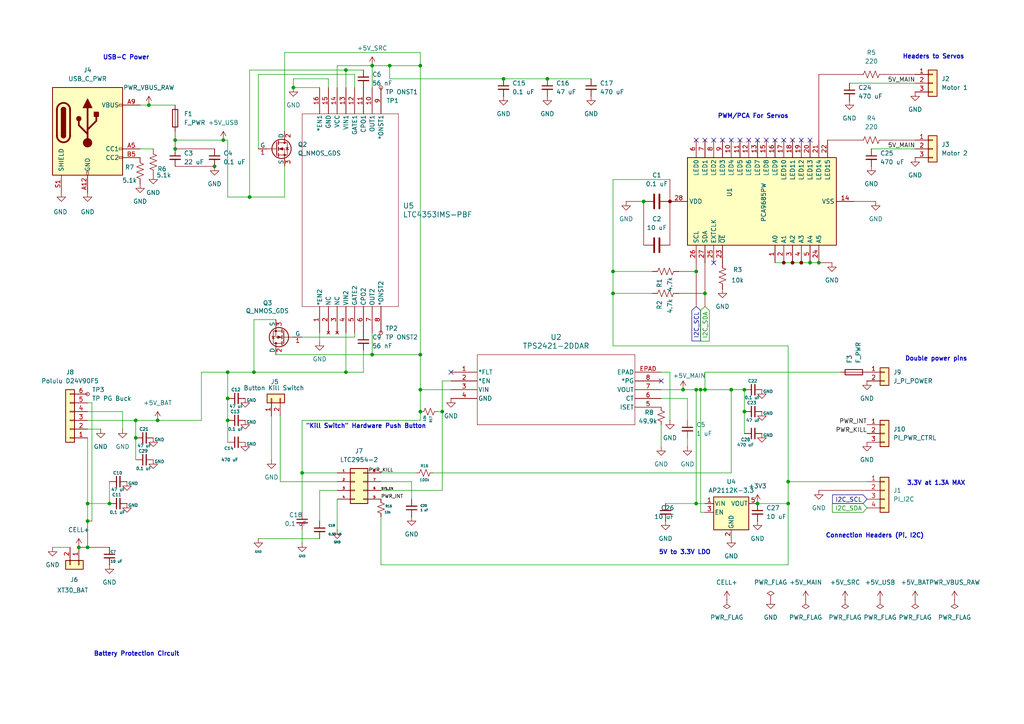
<source format=kicad_sch>
(kicad_sch (version 20250114) (generator "eeschema") (generator_version "9.0")
  (paper "A4")
  (lib_symbols
    (symbol "Connector:TestPoint_Small" (pin_numbers (hide yes)) (pin_names (offset 0.762) (hide yes))
      (property "Reference" "TP" (at 0 3.81 0))
      (property "Value" "TestPoint_Small" (at 0 2.032 0))
      (symbol "TestPoint_Small_1_1"
        (pin passive line (at 0 0 90) (length 0) (name "1") (number "1"))
      )
    )
    (symbol "Connector:USB_C_Receptacle_PowerOnly_6P" (pin_names (offset 1.016))
      (property "Reference" "J" (at 0 16.51 0))
      (property "Value" "USB_C_Receptacle_PowerOnly_6P" (at 0 13.97 0))
      (symbol "USB_C_Receptacle_PowerOnly_6P_1_1"
        (pin passive line (at -7.62 -17.78 90) (length 5.08) (name "SHIELD") (number "S1"))
        (pin passive line (at 0 -17.78 90) (length 5.08) (name "GND") (number "A12"))
        (pin passive line (at 0 -17.78 90) (length 5.08) (hide yes) (name "GND") (number "B12"))
        (pin passive line (at 15.24 7.62 180) (length 5.08) (name "VBUS") (number "A9"))
        (pin passive line (at 15.24 7.62 180) (length 5.08) (hide yes) (name "VBUS") (number "B9"))
        (pin bidirectional line (at 15.24 -5.08 180) (length 5.08) (name "CC1") (number "A5"))
        (pin bidirectional line (at 15.24 -7.62 180) (length 5.08) (name "CC2") (number "B5"))
      )
    )
    (symbol "Connector_Generic:Conn_01x02" (pin_names (offset 1.016) (hide yes))
      (property "Reference" "J" (at 0 2.54 0))
      (property "Value" "Conn_01x02" (at 0 -5.08 0))
      (symbol "Conn_01x02_1_1"
        (pin passive line (at -5.08 0 0) (length 3.81) (name "Pin_1") (number "1"))
        (pin passive line (at -5.08 -2.54 0) (length 3.81) (name "Pin_2") (number "2"))
      )
    )
    (symbol "Connector_Generic:Conn_01x03" (pin_names (offset 1.016) (hide yes))
      (property "Reference" "J" (at 0 5.08 0))
      (property "Value" "Conn_01x03" (at 0 -5.08 0))
      (symbol "Conn_01x03_1_1"
        (pin passive line (at -5.08 2.54 0) (length 3.81) (name "Pin_1") (number "1"))
        (pin passive line (at -5.08 0 0) (length 3.81) (name "Pin_2") (number "2"))
        (pin passive line (at -5.08 -2.54 0) (length 3.81) (name "Pin_3") (number "3"))
      )
    )
    (symbol "Connector_Generic:Conn_01x04" (pin_names (offset 1.016) (hide yes))
      (property "Reference" "J" (at 0 5.08 0))
      (property "Value" "Conn_01x04" (at 0 -7.62 0))
      (symbol "Conn_01x04_1_1"
        (pin passive line (at -5.08 2.54 0) (length 3.81) (name "Pin_1") (number "1"))
        (pin passive line (at -5.08 0 0) (length 3.81) (name "Pin_2") (number "2"))
        (pin passive line (at -5.08 -2.54 0) (length 3.81) (name "Pin_3") (number "3"))
        (pin passive line (at -5.08 -5.08 0) (length 3.81) (name "Pin_4") (number "4"))
      )
    )
    (symbol "Connector_Generic:Conn_01x06" (pin_names (offset 1.016) (hide yes))
      (property "Reference" "J" (at 0 7.62 0))
      (property "Value" "Conn_01x06" (at 0 -10.16 0))
      (symbol "Conn_01x06_1_1"
        (pin passive line (at -5.08 5.08 0) (length 3.81) (name "Pin_1") (number "1"))
        (pin passive line (at -5.08 2.54 0) (length 3.81) (name "Pin_2") (number "2"))
        (pin passive line (at -5.08 0 0) (length 3.81) (name "Pin_3") (number "3"))
        (pin passive line (at -5.08 -2.54 0) (length 3.81) (name "Pin_4") (number "4"))
        (pin passive line (at -5.08 -5.08 0) (length 3.81) (name "Pin_5") (number "5"))
        (pin passive line (at -5.08 -7.62 0) (length 3.81) (name "Pin_6") (number "6"))
      )
    )
    (symbol "Connector_Generic:Conn_02x04_Counter_Clockwise" (pin_names (offset 1.016) (hide yes))
      (property "Reference" "J7" (at 1.27 8.89 0))
      (property "Value" "LTC2954" (at 1.27 6.35 0))
      (symbol "Conn_02x04_Counter_Clockwise_1_1"
        (pin passive line (at -5.08 2.54 0) (length 3.81) (name "VIN") (number "1"))
        (pin passive line (at -5.08 0 0) (length 3.81) (name "PB") (number "2"))
        (pin passive line (at -5.08 -2.54 0) (length 3.81) (name "ONT") (number "3"))
        (pin passive line (at -5.08 -5.08 0) (length 3.81) (name "GND") (number "4"))
        (pin passive line (at 7.62 2.54 180) (length 3.81) (name "KILL") (number "8"))
        (pin passive line (at 7.62 0 180) (length 3.81) (name "PDT") (number "7"))
        (pin passive line (at 7.62 -2.54 180) (length 3.81) (name "EN") (number "6"))
        (pin passive line (at 7.62 -5.08 180) (length 3.81) (name "INT") (number "5"))
      )
    )
    (symbol "Device:C" (pin_numbers (hide yes)) (pin_names (offset 0.254))
      (property "Reference" "C" (at 0.635 2.54 0))
      (property "Value" "C" (at 0.635 -2.54 0))
      (symbol "C_1_1"
        (pin passive line (at 0 3.81 270) (length 2.794) (name "~") (number "1"))
        (pin passive line (at 0 -3.81 90) (length 2.794) (name "~") (number "2"))
      )
    )
    (symbol "Device:C_Small" (pin_numbers (hide yes)) (pin_names (offset 0.254) (hide yes))
      (property "Reference" "C" (at 0.254 1.778 0))
      (property "Value" "C_Small" (at 0.254 -2.032 0))
      (symbol "C_Small_1_1"
        (pin passive line (at 0 2.54 270) (length 2.032) (name "~") (number "1"))
        (pin passive line (at 0 -2.54 90) (length 2.032) (name "~") (number "2"))
      )
    )
    (symbol "Device:Fuse" (pin_numbers (hide yes)) (pin_names (offset 0))
      (property "Reference" "F" (at 2.032 0 90))
      (property "Value" "Fuse" (at -1.905 0 90))
      (symbol "Fuse_1_1"
        (pin passive line (at 0 3.81 270) (length 1.27) (name "~") (number "1"))
        (pin passive line (at 0 -3.81 90) (length 1.27) (name "~") (number "2"))
      )
    )
    (symbol "Device:R_Small_US" (pin_numbers (hide yes)) (pin_names (offset 0.254) (hide yes))
      (property "Reference" "R" (at 0.762 0.508 0))
      (property "Value" "R_Small_US" (at 0.762 -1.016 0))
      (symbol "R_Small_US_1_1"
        (pin passive line (at 0 2.54 270) (length 1.016) (name "~") (number "1"))
        (pin passive line (at 0 -2.54 90) (length 1.016) (name "~") (number "2"))
      )
    )
    (symbol "Device:R_US" (pin_numbers (hide yes)) (pin_names (offset 0))
      (property "Reference" "R" (at 2.54 0 90))
      (property "Value" "R_US" (at -2.54 0 90))
      (symbol "R_US_1_1"
        (pin passive line (at 0 3.81 270) (length 1.27) (name "~") (number "1"))
        (pin passive line (at 0 -3.81 90) (length 1.27) (name "~") (number "2"))
      )
    )
    (symbol "Driver_LED:PCA9685PW"
      (property "Reference" "U" (at -12.7 22.225 0))
      (property "Value" "PCA9685PW" (at 1.27 22.225 0))
      (symbol "PCA9685PW_1_1"
        (pin input line (at -17.78 17.78 0) (length 5.08) (name "SCL") (number "26"))
        (pin bidirectional line (at -17.78 15.24 0) (length 5.08) (name "SDA") (number "27"))
        (pin input line (at -17.78 12.7 0) (length 5.08) (name "EXTCLK") (number "25"))
        (pin input line (at -17.78 10.16 0) (length 5.08) (name "~{OE}") (number "23"))
        (pin input line (at -17.78 -5.08 0) (length 5.08) (name "A0") (number "1"))
        (pin input line (at -17.78 -7.62 0) (length 5.08) (name "A1") (number "2"))
        (pin input line (at -17.78 -10.16 0) (length 5.08) (name "A2") (number "3"))
        (pin input line (at -17.78 -12.7 0) (length 5.08) (name "A3") (number "4"))
        (pin input line (at -17.78 -15.24 0) (length 5.08) (name "A4") (number "5"))
        (pin input line (at -17.78 -17.78 0) (length 5.08) (name "A5") (number "24"))
        (pin power_in line (at 0 25.4 270) (length 5.08) (name "VDD") (number "28"))
        (pin power_in line (at 0 -27.94 90) (length 5.08) (name "VSS") (number "14"))
        (pin output line (at 17.78 17.78 180) (length 5.08) (name "LED0") (number "6"))
        (pin output line (at 17.78 15.24 180) (length 5.08) (name "LED1") (number "7"))
        (pin output line (at 17.78 12.7 180) (length 5.08) (name "LED2") (number "8"))
        (pin output line (at 17.78 10.16 180) (length 5.08) (name "LED3") (number "9"))
        (pin output line (at 17.78 7.62 180) (length 5.08) (name "LED4") (number "10"))
        (pin output line (at 17.78 5.08 180) (length 5.08) (name "LED5") (number "11"))
        (pin output line (at 17.78 2.54 180) (length 5.08) (name "LED6") (number "12"))
        (pin output line (at 17.78 0 180) (length 5.08) (name "LED7") (number "13"))
        (pin output line (at 17.78 -2.54 180) (length 5.08) (name "LED8") (number "15"))
        (pin output line (at 17.78 -5.08 180) (length 5.08) (name "LED9") (number "16"))
        (pin output line (at 17.78 -7.62 180) (length 5.08) (name "LED10") (number "17"))
        (pin output line (at 17.78 -10.16 180) (length 5.08) (name "LED11") (number "18"))
        (pin output line (at 17.78 -12.7 180) (length 5.08) (name "LED12") (number "19"))
        (pin output line (at 17.78 -15.24 180) (length 5.08) (name "LED13") (number "20"))
        (pin output line (at 17.78 -17.78 180) (length 5.08) (name "LED14") (number "21"))
        (pin output line (at 17.78 -20.32 180) (length 5.08) (name "LED15") (number "22"))
      )
    )
    (symbol "LTC4353:LTC4353IMS-PBF" (pin_names (offset 0.254))
      (property "Reference" "U" (at 35.56 10.16 0))
      (property "Value" "LTC4353IMS-PBF" (at 35.56 7.62 0))
      (symbol "LTC4353IMS-PBF_0_1"
        (pin input line (at 0 0 0) (length 7.62) (name "*EN2") (number "1"))
        (pin no_connect line (at 0 -2.54 0) (length 7.62) (name "NC") (number "2"))
        (pin no_connect line (at 0 -5.08 0) (length 7.62) (name "NC") (number "3"))
        (pin input line (at 0 -7.62 0) (length 7.62) (name "VIN2") (number "4"))
        (pin output line (at 0 -10.16 0) (length 7.62) (name "GATE2") (number "5"))
        (pin output line (at 0 -12.7 0) (length 7.62) (name "CPO2") (number "6"))
        (pin output line (at 0 -15.24 0) (length 7.62) (name "OUT2") (number "7"))
        (pin output line (at 0 -17.78 0) (length 7.62) (name "*ONST2") (number "8"))
        (pin input line (at 71.12 0 180) (length 7.62) (name "*EN1") (number "16"))
        (pin power_in line (at 71.12 -2.54 180) (length 7.62) (name "GND") (number "15"))
        (pin power_in line (at 71.12 -5.08 180) (length 7.62) (name "VCC") (number "14"))
        (pin input line (at 71.12 -7.62 180) (length 7.62) (name "VIN1") (number "13"))
        (pin output line (at 71.12 -10.16 180) (length 7.62) (name "GATE1") (number "12"))
        (pin output line (at 71.12 -12.7 180) (length 7.62) (name "CPO1") (number "11"))
        (pin output line (at 71.12 -15.24 180) (length 7.62) (name "OUT1") (number "10"))
        (pin output line (at 71.12 -17.78 180) (length 7.62) (name "*ONST1") (number "9"))
      )
    )
    (symbol "Q_NMOS_GDS_1" (pin_names (offset 0))
      (property "Reference" "Q" (at 5.08 1.905 0))
      (property "Value" "Q_NMOS_GDS" (at 5.08 0 0))
      (symbol "Q_NMOS_GDS_1_1_1"
        (pin input line (at -5.08 0 0) (length 2.54) (name "G") (number "1"))
        (pin passive line (at 2.54 5.08 270) (length 2.54) (name "D") (number "2"))
        (pin passive line (at 2.54 -5.08 90) (length 2.54) (name "S") (number "3"))
      )
    )
    (symbol "Regulator_Linear:AP2112K-3.3" (pin_names (offset 0.254))
      (property "Reference" "U" (at -5.08 5.715 0))
      (property "Value" "AP2112K-3.3" (at 0 5.715 0))
      (symbol "AP2112K-3.3_1_1"
        (pin power_in line (at -7.62 2.54 0) (length 2.54) (name "VIN") (number "1"))
        (pin input line (at -7.62 0 0) (length 2.54) (name "EN") (number "3"))
        (pin power_in line (at 0 -7.62 90) (length 2.54) (name "GND") (number "2"))
        (pin no_connect line (at 5.08 0 180) (length 2.54) (hide yes) (name "NC") (number "4"))
        (pin power_out line (at 7.62 2.54 180) (length 2.54) (name "VOUT") (number "5"))
      )
    )
    (symbol "TPS2421-2:TPS2421-2DDAR" (pin_names (offset 0.254))
      (property "Reference" "U" (at 30.48 10.16 0))
      (property "Value" "TPS2421-2DDAR" (at 30.48 7.62 0))
      (symbol "TPS2421-2DDAR_0_1"
        (pin unspecified line (at 0 0 0) (length 7.62) (name "*FLT") (number "1"))
        (pin unspecified line (at 0 -2.54 0) (length 7.62) (name "*EN") (number "2"))
        (pin unspecified line (at 0 -5.08 0) (length 7.62) (name "VIN") (number "3"))
        (pin power_in line (at 0 -7.62 0) (length 7.62) (name "GND") (number "4"))
        (pin unspecified line (at 60.96 0 180) (length 7.62) (name "EPAD") (number "EPAD"))
        (pin unspecified line (at 60.96 -2.54 180) (length 7.62) (name "*PG") (number "8"))
        (pin output line (at 60.96 -5.08 180) (length 7.62) (name "VOUT") (number "7"))
        (pin unspecified line (at 60.96 -7.62 180) (length 7.62) (name "CT") (number "6"))
        (pin unspecified line (at 60.96 -10.16 180) (length 7.62) (name "ISET") (number "5"))
      )
    )
    (symbol "Transistor_FET:Q_NMOS_GDS" (pin_names (offset 0))
      (property "Reference" "Q" (at 5.08 1.905 0))
      (property "Value" "Q_NMOS_GDS" (at 5.08 0 0))
      (symbol "Q_NMOS_GDS_1_1"
        (pin input line (at -5.08 0 0) (length 2.54) (name "G") (number "1"))
        (pin passive line (at 2.54 5.08 270) (length 2.54) (name "D") (number "2"))
        (pin passive line (at 2.54 -5.08 90) (length 2.54) (name "S") (number "3"))
      )
    )
    (symbol "power:+3V3" (power) (pin_numbers (hide yes)) (pin_names (offset 0) (hide yes))
      (property "Value" "+3V3" (at 0 3.556 0))
      (symbol "+3V3_1_1"
        (pin power_in line (at 0 0 90) (length 0) (name "~") (number "1"))
      )
    )
    (symbol "power:+5V" (power) (pin_numbers (hide yes)) (pin_names (offset 0) (hide yes))
      (property "Value" "+5V" (at 0 3.556 0))
      (symbol "+5V_1_1"
        (pin power_in line (at 0 0 90) (length 0) (name "~") (number "1"))
      )
    )
    (symbol "power:GND" (power) (pin_numbers (hide yes)) (pin_names (offset 0) (hide yes))
      (property "Value" "GND" (at 0 -3.81 0))
      (symbol "GND_1_1"
        (pin power_in line (at 0 0 270) (length 0) (name "~") (number "1"))
      )
    )
    (symbol "power:PWR_FLAG" (power) (pin_numbers (hide yes)) (pin_names (offset 0) (hide yes))
      (property "Value" "PWR_FLAG" (at 0 3.81 0))
      (symbol "PWR_FLAG_0_0"
        (pin power_out line (at 0 0 90) (length 0) (name "~") (number "1"))
      )
    )
  )
  (text "Headers to Servos" (at 270.764 16.51 0) (effects (font (size 1.27 1.27) (thickness 0.254) (bold yes))))
  (text "Connection Headers (Pi, I2C)" (at 253.746 155.448 0) (effects (font (size 1.27 1.27) (thickness 0.254) (bold yes))))
  (text "\"Kill Switch\" Hardware Push Button" (at 106.172 123.698 0) (effects (font (size 1.27 1.27) (thickness 0.254) (bold yes))))
  (text "3.3V at 1.3A MAX\n" (at 271.526 140.208 0) (effects (font (size 1.27 1.27) (thickness 0.254) (bold yes))))
  (text "USB-C Power" (at 36.576 16.764 0) (effects (font (size 1.27 1.27) (thickness 0.254) (bold yes))))
  (text "Double power pins\n" (at 271.526 104.14 0) (effects (font (size 1.27 1.27) (thickness 0.254) (bold yes))))
  (text "Battery Protection Circuit" (at 39.624 189.738 0) (effects (font (size 1.27 1.27) (thickness 0.254) (bold yes))))
  (text "PWM/PCA For Servos" (at 218.44 33.782 0) (effects (font (size 1.27 1.27) (thickness 0.254) (bold yes))))
  (text "5V to 3.3V LDO" (at 198.628 160.274 0) (effects (font (size 1.27 1.27) (thickness 0.254) (bold yes))))
  (junction (at 113.03 19.05))
  (junction (at 62.23 48.26))
  (junction (at 87.63 137.16))
  (junction (at 201.93 78.74))
  (junction (at 107.95 102.87))
  (junction (at 25.4 151.13))
  (junction (at 100.33 107.95))
  (junction (at 66.04 121.92))
  (junction (at 39.37 121.92))
  (junction (at 201.93 146.05))
  (junction (at 204.47 85.09))
  (junction (at 66.04 107.95))
  (junction (at 45.72 121.92))
  (junction (at 229.87 76.2) (color 132 0 0 1))
  (junction (at 177.8 85.09))
  (junction (at 228.6 139.7))
  (junction (at 121.92 113.03))
  (junction (at 121.92 19.05))
  (junction (at 85.09 25.4))
  (junction (at 232.41 76.2) (color 132 0 0 1))
  (junction (at 219.71 146.05))
  (junction (at 66.04 115.57))
  (junction (at 100.33 20.32))
  (junction (at 72.39 57.15))
  (junction (at 121.92 102.87))
  (junction (at 128.27 119.38))
  (junction (at 50.8 40.64))
  (junction (at 203.2 113.03))
  (junction (at 237.49 76.2))
  (junction (at 215.9 113.03))
  (junction (at 25.4 158.75))
  (junction (at 194.31 58.42) (color 132 0 0 1))
  (junction (at 22.86 158.75))
  (junction (at 215.9 119.38))
  (junction (at 234.95 76.2))
  (junction (at 121.92 119.38))
  (junction (at 228.6 146.05))
  (junction (at 227.33 76.2) (color 132 0 0 1))
  (junction (at 158.75 22.86))
  (junction (at 198.12 113.03))
  (junction (at 204.47 113.03))
  (junction (at 31.75 146.05))
  (junction (at 177.8 78.74))
  (junction (at 146.05 22.86))
  (junction (at 201.93 113.03))
  (junction (at 39.37 127))
  (junction (at 212.09 113.03))
  (junction (at 50.8 43.18))
  (junction (at 107.95 19.05))
  (junction (at 43.18 30.48))
  (junction (at 25.4 146.05))
  (junction (at 73.66 107.95))
  (junction (at 64.77 40.64))
  (junction (at 186.69 58.42))
  (no_connect (at 232.41 40.64))
  (no_connect (at 212.09 40.64))
  (no_connect (at 130.81 107.95))
  (no_connect (at 222.25 40.64))
  (no_connect (at 204.47 40.64))
  (no_connect (at 191.77 110.49))
  (no_connect (at 217.17 40.64))
  (no_connect (at 207.01 76.2))
  (no_connect (at 201.93 40.64))
  (no_connect (at 207.01 40.64))
  (no_connect (at 227.33 40.64))
  (no_connect (at 219.71 40.64))
  (no_connect (at 214.63 40.64))
  (no_connect (at 229.87 40.64))
  (no_connect (at 234.95 40.64))
  (no_connect (at 209.55 40.64))
  (no_connect (at 224.79 40.64))
  (wire (pts (xy 87.63 148.59) (xy 87.63 137.16)))
  (wire (pts (xy 82.55 38.1) (xy 82.55 15.24)))
  (wire (pts (xy 203.2 113.03) (xy 204.47 113.03)))
  (wire (pts (xy 50.8 43.18) (xy 62.23 43.18)) (stroke (width 0) (color 132 0 0 1)))
  (wire (pts (xy 85.09 25.4) (xy 92.71 25.4)))
  (wire (pts (xy 237.49 21.59) (xy 237.49 40.64)) (stroke (width 0) (color 132 0 0 1)))
  (wire (pts (xy 125.73 137.16) (xy 212.09 137.16)))
  (wire (pts (xy 204.47 107.95) (xy 204.47 113.03)))
  (wire (pts (xy 201.93 76.2) (xy 201.93 78.74)) (stroke (width 0) (color 132 0 0 1)))
  (wire (pts (xy 25.4 158.75) (xy 25.4 151.13)) (stroke (width 0) (color 132 0 0 1)))
  (wire (pts (xy 229.87 76.2) (xy 232.41 76.2)))
  (wire (pts (xy 212.09 113.03) (xy 215.9 113.03)))
  (wire (pts (xy 219.71 146.05) (xy 228.6 146.05)))
  (wire (pts (xy 191.77 115.57) (xy 199.39 115.57)))
  (wire (pts (xy 191.77 113.03) (xy 198.12 113.03)))
  (wire (pts (xy 97.79 25.4) (xy 97.79 19.05)))
  (wire (pts (xy 121.92 15.24) (xy 121.92 19.05)))
  (wire (pts (xy 177.8 85.09) (xy 189.23 85.09)))
  (wire (pts (xy 50.8 48.26) (xy 62.23 48.26)) (stroke (width 0) (color 132 0 0 1)))
  (wire (pts (xy 196.85 78.74) (xy 201.93 78.74)) (stroke (width 0) (color 132 0 0 1)))
  (wire (pts (xy 87.63 121.92) (xy 87.63 137.16)))
  (wire (pts (xy 113.03 19.05) (xy 121.92 19.05)))
  (wire (pts (xy 252.73 43.18) (xy 265.43 43.18)))
  (wire (pts (xy 72.39 20.32) (xy 72.39 57.15)))
  (wire (pts (xy 181.61 58.42) (xy 186.69 58.42)) (stroke (width 0) (color 132 0 0 1)))
  (wire (pts (xy 43.18 30.48) (xy 50.8 30.48)))
  (wire (pts (xy 110.49 149.86) (xy 110.49 163.83)))
  (wire (pts (xy 201.93 113.03) (xy 201.93 146.05)))
  (wire (pts (xy 227.33 76.2) (xy 229.87 76.2)))
  (wire (pts (xy 25.4 116.84) (xy 26.67 116.84)))
  (wire (pts (xy 128.27 110.49) (xy 128.27 119.38)))
  (wire (pts (xy 25.4 121.92) (xy 39.37 121.92)))
  (wire (pts (xy 66.04 121.92) (xy 66.04 128.27)))
  (wire (pts (xy 107.95 96.52) (xy 107.95 102.87)))
  (wire (pts (xy 121.92 119.38) (xy 121.92 121.92)))
  (wire (pts (xy 228.6 163.83) (xy 228.6 146.05)))
  (wire (pts (xy 194.31 58.42) (xy 194.31 71.12)) (stroke (width 0) (color 132 0 0 1)))
  (wire (pts (xy 73.66 107.95) (xy 100.33 107.95)))
  (wire (pts (xy 97.79 19.05) (xy 107.95 19.05)))
  (wire (pts (xy 26.67 116.84) (xy 26.67 151.13)))
  (wire (pts (xy 105.41 101.6) (xy 105.41 107.95)))
  (wire (pts (xy 66.04 107.95) (xy 73.66 107.95)))
  (wire (pts (xy 35.56 119.38) (xy 25.4 119.38)))
  (wire (pts (xy 39.37 121.92) (xy 45.72 121.92)))
  (wire (pts (xy 110.49 142.24) (xy 128.27 142.24)))
  (wire (pts (xy 119.38 139.7) (xy 119.38 144.78)))
  (wire (pts (xy 248.92 40.64) (xy 240.03 40.64)) (stroke (width 0) (color 132 0 0 1)))
  (wire (pts (xy 199.39 115.57) (xy 199.39 121.92)))
  (wire (pts (xy 82.55 57.15) (xy 72.39 57.15)))
  (wire (pts (xy 232.41 76.2) (xy 234.95 76.2)))
  (wire (pts (xy 203.2 113.03) (xy 203.2 148.59)))
  (wire (pts (xy 177.8 52.07) (xy 194.31 52.07)))
  (wire (pts (xy 247.65 58.42) (xy 254 58.42)) (stroke (width 0) (color 132 0 0 1)))
  (wire (pts (xy 248.92 21.59) (xy 237.49 21.59)) (stroke (width 0) (color 132 0 0 1)))
  (wire (pts (xy 73.66 92.71) (xy 73.66 107.95)))
  (wire (pts (xy 100.33 96.52) (xy 100.33 107.95)))
  (wire (pts (xy 177.8 78.74) (xy 177.8 52.07)))
  (wire (pts (xy 237.49 142.24) (xy 251.46 142.24)) (stroke (width 0) (color 132 0 0 1)))
  (wire (pts (xy 228.6 139.7) (xy 251.46 139.7)))
  (wire (pts (xy 199.39 129.54) (xy 199.39 127)))
  (wire (pts (xy 31.75 139.7) (xy 31.75 146.05)))
  (wire (pts (xy 204.47 85.09) (xy 204.47 88.9)) (stroke (width 0) (color 132 0 0 1)))
  (wire (pts (xy 64.77 40.64) (xy 50.8 40.64)))
  (wire (pts (xy 107.95 19.05) (xy 113.03 19.05)))
  (wire (pts (xy 35.56 124.46) (xy 35.56 119.38)))
  (wire (pts (xy 120.65 137.16) (xy 110.49 137.16)))
  (wire (pts (xy 80.01 102.87) (xy 107.95 102.87)))
  (wire (pts (xy 212.09 137.16) (xy 212.09 113.03)))
  (wire (pts (xy 78.74 120.65) (xy 78.74 133.35)))
  (wire (pts (xy 256.54 40.64) (xy 265.43 40.64)) (stroke (width 0) (color 132 0 0 1)))
  (wire (pts (xy 201.93 78.74) (xy 201.93 88.9)) (stroke (width 0) (color 132 0 0 1)))
  (wire (pts (xy 193.04 146.05) (xy 201.93 146.05)))
  (wire (pts (xy 40.64 43.18) (xy 44.45 43.18)))
  (wire (pts (xy 92.71 156.21) (xy 74.93 156.21)))
  (wire (pts (xy 204.47 107.95) (xy 243.84 107.95)))
  (wire (pts (xy 15.24 158.75) (xy 20.32 158.75)))
  (wire (pts (xy 25.4 158.75) (xy 31.75 158.75)) (stroke (width 0) (color 132 0 0 1)))
  (wire (pts (xy 128.27 110.49) (xy 130.81 110.49)))
  (wire (pts (xy 95.25 22.86) (xy 95.25 25.4)))
  (wire (pts (xy 177.8 78.74) (xy 189.23 78.74)))
  (wire (pts (xy 194.31 107.95) (xy 194.31 121.92)))
  (wire (pts (xy 246.38 24.13) (xy 265.43 24.13)))
  (wire (pts (xy 102.87 97.79) (xy 102.87 96.52)))
  (wire (pts (xy 110.49 163.83) (xy 228.6 163.83)))
  (wire (pts (xy 39.37 121.92) (xy 39.37 127)))
  (wire (pts (xy 215.9 113.03) (xy 215.9 119.38)))
  (wire (pts (xy 87.63 157.48) (xy 87.63 153.67)))
  (wire (pts (xy 25.4 124.46) (xy 29.21 124.46)))
  (wire (pts (xy 50.8 40.64) (xy 50.8 43.18)) (stroke (width 0) (color 132 0 0 1)))
  (wire (pts (xy 228.6 100.33) (xy 177.8 100.33)))
  (wire (pts (xy 100.33 20.32) (xy 105.41 20.32)))
  (wire (pts (xy 105.41 107.95) (xy 100.33 107.95)))
  (wire (pts (xy 40.64 30.48) (xy 43.18 30.48)))
  (wire (pts (xy 256.54 21.59) (xy 265.43 21.59)) (stroke (width 0) (color 132 0 0 1)))
  (wire (pts (xy 45.72 121.92) (xy 58.42 121.92)))
  (wire (pts (xy 121.92 121.92) (xy 87.63 121.92)))
  (wire (pts (xy 198.12 113.03) (xy 201.93 113.03)))
  (wire (pts (xy 95.25 22.86) (xy 85.09 22.86)))
  (wire (pts (xy 234.95 76.2) (xy 237.49 76.2)))
  (wire (pts (xy 80.01 92.71) (xy 73.66 92.71)))
  (wire (pts (xy 50.8 38.1) (xy 50.8 40.64)) (stroke (width 0) (color 132 0 0 1)))
  (wire (pts (xy 215.9 119.38) (xy 215.9 125.73)))
  (wire (pts (xy 194.31 52.07) (xy 194.31 58.42)) (stroke (width 0) (color 132 0 0 1)))
  (wire (pts (xy 25.4 127) (xy 25.4 146.05)))
  (wire (pts (xy 228.6 139.7) (xy 228.6 100.33)))
  (wire (pts (xy 25.4 146.05) (xy 25.4 151.13)))
  (wire (pts (xy 107.95 102.87) (xy 121.92 102.87)))
  (wire (pts (xy 102.87 21.59) (xy 102.87 25.4)))
  (wire (pts (xy 237.49 76.2) (xy 241.3 76.2)) (stroke (width 0) (color 132 0 0 1)))
  (wire (pts (xy 196.85 85.09) (xy 204.47 85.09)) (stroke (width 0) (color 132 0 0 1)))
  (wire (pts (xy 39.37 127) (xy 39.37 133.35)))
  (wire (pts (xy 85.09 22.86) (xy 85.09 25.4)))
  (wire (pts (xy 92.71 142.24) (xy 92.71 151.13)))
  (wire (pts (xy 58.42 107.95) (xy 66.04 107.95)))
  (wire (pts (xy 146.05 22.86) (xy 158.75 22.86)))
  (wire (pts (xy 66.04 115.57) (xy 66.04 121.92)))
  (wire (pts (xy 177.8 100.33) (xy 177.8 85.09)))
  (wire (pts (xy 81.28 139.7) (xy 97.79 139.7)))
  (wire (pts (xy 158.75 22.86) (xy 171.45 22.86)))
  (wire (pts (xy 186.69 58.42) (xy 186.69 71.12)) (stroke (width 0) (color 132 0 0 1)))
  (wire (pts (xy 201.93 146.05) (xy 204.47 146.05)))
  (wire (pts (xy 146.05 22.86) (xy 113.03 22.86)))
  (wire (pts (xy 110.49 139.7) (xy 119.38 139.7)))
  (wire (pts (xy 177.8 85.09) (xy 177.8 78.74)))
  (wire (pts (xy 224.79 76.2) (xy 227.33 76.2)))
  (wire (pts (xy 66.04 40.64) (xy 66.04 57.15)))
  (wire (pts (xy 92.71 142.24) (xy 97.79 142.24)))
  (wire (pts (xy 66.04 40.64) (xy 64.77 40.64)))
  (wire (pts (xy 121.92 19.05) (xy 121.92 102.87)))
  (wire (pts (xy 66.04 107.95) (xy 66.04 115.57)))
  (wire (pts (xy 128.27 119.38) (xy 128.27 142.24)))
  (wire (pts (xy 25.4 146.05) (xy 31.75 146.05)))
  (wire (pts (xy 87.63 97.79) (xy 102.87 97.79)))
  (wire (pts (xy 66.04 57.15) (xy 72.39 57.15)))
  (wire (pts (xy 121.92 113.03) (xy 130.81 113.03)))
  (wire (pts (xy 203.2 148.59) (xy 204.47 148.59)))
  (wire (pts (xy 100.33 20.32) (xy 72.39 20.32)))
  (wire (pts (xy 113.03 22.86) (xy 113.03 19.05)))
  (wire (pts (xy 58.42 121.92) (xy 58.42 107.95)))
  (wire (pts (xy 82.55 48.26) (xy 82.55 57.15)))
  (wire (pts (xy 25.4 151.13) (xy 26.67 151.13)) (stroke (width 0) (color 132 0 0 1)))
  (wire (pts (xy 100.33 25.4) (xy 100.33 20.32)))
  (wire (pts (xy 74.93 43.18) (xy 74.93 21.59)))
  (wire (pts (xy 127 119.38) (xy 128.27 119.38)))
  (wire (pts (xy 204.47 76.2) (xy 204.47 85.09)) (stroke (width 0) (color 132 0 0 1)))
  (wire (pts (xy 74.93 21.59) (xy 102.87 21.59)))
  (wire (pts (xy 87.63 137.16) (xy 97.79 137.16)))
  (wire (pts (xy 191.77 107.95) (xy 194.31 107.95)))
  (wire (pts (xy 81.28 120.65) (xy 81.28 139.7)))
  (wire (pts (xy 107.95 25.4) (xy 107.95 19.05)))
  (wire (pts (xy 82.55 15.24) (xy 121.92 15.24)))
  (wire (pts (xy 191.77 123.19) (xy 191.77 129.54)))
  (wire (pts (xy 201.93 113.03) (xy 203.2 113.03)))
  (wire (pts (xy 228.6 146.05) (xy 228.6 139.7)))
  (wire (pts (xy 121.92 113.03) (xy 121.92 119.38)))
  (wire (pts (xy 121.92 102.87) (xy 121.92 113.03)))
  (wire (pts (xy 92.71 96.52) (xy 92.71 99.06)))
  (wire (pts (xy 97.79 153.67) (xy 97.79 144.78)))
  (wire (pts (xy 204.47 113.03) (xy 212.09 113.03)))
  (wire (pts (xy 25.4 158.75) (xy 22.86 158.75)) (stroke (width 0) (color 132 0 0 1)))
  (label "PWR_INT" (at 110.49 144.78 0) (effects (font (size 1.016 1.016))))
  (label "5V_MAIN" (at 265.43 43.18 180))
  (label "PWR_INT" (at 251.46 123.19 180))
  (label "SYS_EN" (at 110.49 142.24 0) (effects (font (size 0.635 0.635))))
  (label "PWR_KILL" (at 251.46 125.73 180))
  (label "5V_MAIN" (at 265.43 24.13 180))
  (label "PWR_KILL" (at 110.49 137.16 0) (effects (font (size 1.016 1.016))))
  (global_label "I2C_SCL" (shape input) (at 251.46 144.78 180) (property "Intersheetrefs" "${INTERSHEET_REFS}" (effects (hide yes))))
  (global_label "I2C_SDA" (shape input) (at 251.46 147.32 180) (property "Intersheetrefs" "${INTERSHEET_REFS}" (effects (hide yes))))
  (global_label "I2C_SDA" (shape input) (at 204.47 88.9 270) (property "Intersheetrefs" "${INTERSHEET_REFS}" (effects (hide yes))))
  (global_label "I2C_SCL" (shape input) (at 201.93 88.9 270) (property "Intersheetrefs" "${INTERSHEET_REFS}" (effects (hide yes))))
  (symbol (lib_id "TPS2421-2:TPS2421-2DDAR") (at 130.81 107.95 0) (unit 1)
    (property "Reference" "U2" (at 161.29 97.79 0) (effects (font (size 1.524 1.524))))
    (property "Value" "TPS2421-2DDAR" (at 161.29 100.33 0) (effects (font (size 1.524 1.524))))
    (property "Footprint" "DDA8_3P2X2P69" (effects (hide yes)))
    (property "Datasheet" "https://www.ti.com/lit/gpn/tps2421-2" (effects (hide yes)))
  )
  (symbol (lib_id "power:GND") (at 252.73 48.26 0) (unit 1)
    (property "Reference" "#PWR015" (effects (hide yes)))
    (property "Value" "GND" (at 252.73 53.34 0))
    (property "Description" "Power symbol creates a global label with name \"GND\" , ground" (effects (hide yes)))
  )
  (symbol (lib_id "power:+5V") (at 107.95 19.05 0) (unit 1)
    (property "Reference" "#PWR028" (effects (hide yes)))
    (property "Value" "+5V_SRC" (at 107.95 13.97 0))
    (property "Description" "Power symbol creates a global label with name \"+5V\"" (effects (hide yes)))
  )
  (symbol (lib_id "Device:C_Small") (at 218.44 119.38 90) (unit 1)
    (property "Reference" "C23" (at 216.662 116.84 90) (effects (font (size 0.889 0.889)) (justify right)))
    (property "Value" "47 uF" (at 220.472 121.92 90) (effects (font (size 0.889 0.889)) (justify left)))
    (property "Footprint" "Capacitor_SMD:C_1206_3216Metric" (effects (hide yes)))
    (property "Description" "Unpolarized capacitor, small symbol" (effects (hide yes)))
  )
  (symbol (lib_id "Device:Fuse") (at 247.65 107.95 90) (unit 1)
    (property "Reference" "F3" (at 246.3799 105.41 0) (effects (justify left)))
    (property "Value" "F_PWR" (at 248.9199 105.41 0) (effects (justify left)))
    (property "Footprint" "Fuse:Fuse_1206_3216Metric" (effects (hide yes)))
    (property "Description" "Fuse" (effects (hide yes)))
  )
  (symbol (lib_id "Device:R_US") (at 252.73 21.59 90) (unit 1)
    (property "Reference" "R5" (at 252.73 15.24 90))
    (property "Value" "220" (at 252.73 17.78 90))
    (property "Footprint" "Resistor_SMD:R_0805_2012Metric" (effects (hide yes)))
    (property "Description" "Resistor, US symbol" (effects (hide yes)))
  )
  (symbol (lib_id "Connector:TestPoint_Small") (at 25.4 114.3 0) (unit 1)
    (property "Reference" "TP3" (at 26.67 113.0299 0) (effects (justify left)))
    (property "Value" "TP PG Buck" (at 26.67 115.5699 0) (effects (justify left)))
    (property "Description" "test point" (effects (hide yes)))
  )
  (symbol (lib_id "power:+5V") (at 64.77 40.64 0) (unit 1)
    (property "Reference" "#PWR01" (effects (hide yes)))
    (property "Value" "+5V_USB" (at 64.77 35.56 0))
    (property "Description" "Power symbol creates a global label with name \"+5V\"" (effects (hide yes)))
  )
  (symbol (lib_id "power:GND") (at 265.43 45.72 0) (unit 1)
    (property "Reference" "#PWR016" (effects (hide yes)))
    (property "Value" "GND" (at 265.43 50.8 0))
    (property "Description" "Power symbol creates a global label with name \"GND\" , ground" (effects (hide yes)))
  )
  (symbol (lib_id "Connector_Generic:Conn_01x02") (at 256.54 107.95 0) (unit 1)
    (property "Reference" "J9" (at 259.08 107.9499 0) (effects (justify left)))
    (property "Value" "J_PI_POWER" (at 259.08 110.4899 0) (effects (justify left)))
    (property "Footprint" "Connector_PinHeader_1.00mm:PinHeader_1x02_P1.00mm_Vertical" (effects (hide yes)))
    (property "Description" "Generic connector, single row, 01x02, script generated (kicad-library-utils/schlib/autogen/connector/)" (effects (hide yes)))
  )
  (symbol (lib_id "power:GND") (at 199.39 129.54 0) (unit 1)
    (property "Reference" "#PWR027" (effects (hide yes)))
    (property "Value" "GND" (at 199.39 134.62 0))
    (property "Description" "Power symbol creates a global label with name \"GND\" , ground" (effects (hide yes)))
  )
  (symbol (lib_id "power:GND") (at 130.81 115.57 0) (unit 1)
    (property "Reference" "#PWR024" (effects (hide yes)))
    (property "Value" "GND" (at 130.81 120.65 0))
    (property "Description" "Power symbol creates a global label with name \"GND\" , ground" (effects (hide yes)))
  )
  (symbol (lib_id "Connector:USB_C_Receptacle_PowerOnly_6P") (at 25.4 38.1 0) (unit 1)
    (property "Reference" "J4" (at 25.4 20.32 0))
    (property "Value" "USB_C_PWR" (at 25.4 22.86 0))
    (property "Footprint" "Connector_USB:USB_C_Receptacle_GCT_USB4125-xx-x-0190_6P_TopMnt_Horizontal" (effects (hide yes)))
    (property "Datasheet" "https://www.usb.org/sites/default/files/documents/usb_type-c.zip" (effects (hide yes)))
    (property "Description" "USB Power-Only 6P Type-C Receptacle connector" (effects (hide yes)))
  )
  (symbol (lib_id "power:GND") (at 146.05 27.94 0) (unit 1)
    (property "Reference" "#PWR037" (effects (hide yes)))
    (property "Value" "GND" (at 146.05 33.02 0))
    (property "Description" "Power symbol creates a global label with name \"GND\" , ground" (effects (hide yes)))
  )
  (symbol (lib_id "Device:C") (at 190.5 58.42 90) (unit 1)
    (property "Reference" "C1" (at 190.5 50.8 90))
    (property "Value" "0.1 uF" (at 190.5 53.34 90))
    (property "Footprint" "Capacitor_SMD:C_0805_2012Metric" (effects (hide yes)))
    (property "Description" "Unpolarized capacitor" (effects (hide yes)))
  )
  (symbol (lib_id "Device:C_Small") (at 218.44 113.03 90) (unit 1)
    (property "Reference" "C22" (at 216.916 110.49 90) (effects (font (size 0.889 0.889)) (justify right)))
    (property "Value" "0.1 uF" (at 220.472 115.316 90) (effects (font (size 0.889 0.889)) (justify left)))
    (property "Footprint" "Capacitor_SMD:C_0805_2012Metric" (effects (hide yes)))
    (property "Description" "Unpolarized capacitor, small symbol" (effects (hide yes)))
  )
  (symbol (lib_id "Transistor_FET:Q_NMOS_GDS") (at 82.55 97.79 180) (unit 1)
    (property "Reference" "Q3" (at 78.994 87.884 0) (effects (justify left)))
    (property "Value" "Q_NMOS_GDS" (at 83.82 90.17 0) (effects (justify left)))
    (property "Footprint" "Package_SO:PowerPAK_SO-8_Single" (effects (hide yes)))
    (property "Description" "N-MOSFET transistor, gate/drain/source" (effects (hide yes)))
  )
  (symbol (lib_id "power:GND") (at 223.52 173.99 0) (unit 1)
    (property "Reference" "#PWR03" (effects (hide yes)))
    (property "Value" "GND" (at 223.52 179.07 0))
    (property "Description" "Power symbol creates a global label with name \"GND\" , ground" (effects (hide yes)))
  )
  (symbol (lib_id "power:GND") (at 254 58.42 0) (unit 1)
    (property "Reference" "#PWR05" (effects (hide yes)))
    (property "Value" "GND" (at 254 63.5 0))
    (property "Description" "Power symbol creates a global label with name \"GND\" , ground" (effects (hide yes)))
  )
  (symbol (lib_id "power:GND") (at 251.46 128.27 0) (unit 1)
    (property "Reference" "#PWR011" (effects (hide yes)))
    (property "Value" "GND" (at 251.46 133.35 0))
    (property "Description" "Power symbol creates a global label with name \"GND\" , ground" (effects (hide yes)))
  )
  (symbol (lib_id "Device:C_Small") (at 158.75 25.4 0) (unit 1)
    (property "Reference" "C16" (at 161.29 24.1362 0) (effects (justify left)))
    (property "Value" "47 uF" (at 161.29 26.6762 0) (effects (justify left)))
    (property "Footprint" "Capacitor_SMD:C_1206_3216Metric" (effects (hide yes)))
    (property "Description" "Unpolarized capacitor, small symbol" (effects (hide yes)))
  )
  (symbol (lib_id "power:GND") (at 44.45 133.35 0) (unit 1)
    (property "Reference" "#PWR052" (effects (hide yes)))
    (property "Value" "GND" (at 46.228 133.858 0) (effects (font (size 0.889 0.889))))
    (property "Description" "Power symbol creates a global label with name \"GND\" , ground" (effects (hide yes)))
  )
  (symbol (lib_id "power:PWR_FLAG") (at 276.86 173.99 180) (unit 1)
    (property "Reference" "#FLG07" (effects (hide yes)))
    (property "Value" "PWR_FLAG" (at 276.86 179.07 0))
    (property "Description" "Special symbol for telling ERC where power comes from" (effects (hide yes)))
  )
  (symbol (lib_id "power:GND") (at 171.45 27.94 0) (unit 1)
    (property "Reference" "#PWR039" (effects (hide yes)))
    (property "Value" "GND" (at 171.45 33.02 0))
    (property "Description" "Power symbol creates a global label with name \"GND\" , ground" (effects (hide yes)))
  )
  (symbol (lib_id "Device:C_Small") (at 50.8 45.72 0) (unit 1)
    (property "Reference" "C3" (at 53.34 44.4562 0) (effects (justify left)))
    (property "Value" "22 uF" (at 53.34 46.9962 0) (effects (justify left)))
    (property "Footprint" "Capacitor_SMD:C_0805_2012Metric" (effects (hide yes)))
    (property "Description" "Unpolarized capacitor, small symbol" (effects (hide yes)))
  )
  (symbol (lib_id "power:+5V") (at 255.27 173.99 0) (unit 1)
    (property "Reference" "#PWR058" (effects (hide yes)))
    (property "Value" "+5V_USB" (at 255.27 168.91 0))
    (property "Description" "Power symbol creates a global label with name \"+5V\"" (effects (hide yes)))
  )
  (symbol (lib_id "power:PWR_FLAG") (at 265.43 173.99 180) (unit 1)
    (property "Reference" "#FLG01" (effects (hide yes)))
    (property "Value" "PWR_FLAG" (at 265.43 179.07 0))
    (property "Description" "Special symbol for telling ERC where power comes from" (effects (hide yes)))
  )
  (symbol (lib_id "Device:C_Small") (at 41.91 133.35 90) (unit 1)
    (property "Reference" "C29" (at 40.132 130.81 90) (effects (font (size 0.889 0.889)) (justify right)))
    (property "Value" "0.1 uF" (at 43.942 135.89 90) (effects (font (size 0.889 0.889)) (justify left)))
    (property "Footprint" "Capacitor_SMD:C_0805_2012Metric" (effects (hide yes)))
    (property "Description" "Unpolarized capacitor, small symbol" (effects (hide yes)))
  )
  (symbol (lib_id "power:GND") (at 220.98 125.73 0) (unit 1)
    (property "Reference" "#PWR046" (effects (hide yes)))
    (property "Value" "GND" (at 222.758 126.238 0) (effects (font (size 0.889 0.889))))
    (property "Description" "Power symbol creates a global label with name \"GND\" , ground" (effects (hide yes)))
  )
  (symbol (lib_id "Device:C_Small") (at 219.71 148.59 0) (unit 1)
    (property "Reference" "C27" (at 222.25 147.3262 0) (effects (justify left)))
    (property "Value" "10 uF" (at 222.25 149.8662 0) (effects (justify left)))
    (property "Footprint" "Capacitor_SMD:C_0805_2012Metric" (effects (hide yes)))
    (property "Description" "Unpolarized capacitor, small symbol" (effects (hide yes)))
  )
  (symbol (lib_id "Device:C_Small") (at 119.38 147.32 180) (unit 1)
    (property "Reference" "C20" (at 121.92 146.6786 0) (effects (font (size 0.635 0.635)) (justify right)))
    (property "Value" "1 uF" (at 121.92 147.9486 0) (effects (font (size 0.635 0.635)) (justify right)))
    (property "Footprint" "Capacitor_SMD:C_0805_2012Metric" (effects (hide yes)))
    (property "Description" "Unpolarized capacitor, small symbol" (effects (hide yes)))
  )
  (symbol (lib_id "power:GND") (at 36.83 146.05 0) (unit 1)
    (property "Reference" "#PWR043" (effects (hide yes)))
    (property "Value" "GND" (at 38.608 146.558 0) (effects (font (size 0.889 0.889))))
    (property "Description" "Power symbol creates a global label with name \"GND\" , ground" (effects (hide yes)))
  )
  (symbol (lib_id "power:GND") (at 212.09 156.21 0) (unit 1)
    (property "Reference" "#PWR048" (effects (hide yes)))
    (property "Value" "GND" (at 212.09 161.29 0))
    (property "Description" "Power symbol creates a global label with name \"GND\" , ground" (effects (hide yes)))
  )
  (symbol (lib_id "power:GND") (at 97.79 153.67 0) (unit 1)
    (property "Reference" "#PWR041" (effects (hide yes)))
    (property "Value" "GND" (at 97.79 157.226 0) (effects (font (size 0.635 0.635))))
    (property "Description" "Power symbol creates a global label with name \"GND\" , ground" (effects (hide yes)))
  )
  (symbol (lib_id "Device:C_Small") (at 68.58 121.92 90) (unit 1)
    (property "Reference" "C13" (at 66.802 119.38 90) (effects (font (size 0.889 0.889)) (justify right)))
    (property "Value" "0.1 uF" (at 70.612 124.46 90) (effects (font (size 0.889 0.889)) (justify left)))
    (property "Footprint" "Capacitor_SMD:C_0805_2012Metric" (effects (hide yes)))
    (property "Description" "Unpolarized capacitor, small symbol" (effects (hide yes)))
  )
  (symbol (lib_id "power:GND") (at 220.98 113.03 0) (unit 1)
    (property "Reference" "#PWR044" (effects (hide yes)))
    (property "Value" "GND" (at 222.758 113.538 0) (effects (font (size 0.889 0.889))))
    (property "Description" "Power symbol creates a global label with name \"GND\" , ground" (effects (hide yes)))
  )
  (symbol (lib_id "power:GND") (at 193.04 151.13 0) (unit 1)
    (property "Reference" "#PWR049" (effects (hide yes)))
    (property "Value" "GND" (at 193.04 156.21 0))
    (property "Description" "Power symbol creates a global label with name \"GND\" , ground" (effects (hide yes)))
  )
  (symbol (lib_id "Device:C_Small") (at 62.23 45.72 0) (unit 1)
    (property "Reference" "C4" (at 64.77 44.4562 0) (effects (justify left)))
    (property "Value" "0.1 uF" (at 64.77 46.9962 0) (effects (justify left)))
    (property "Footprint" "Capacitor_SMD:C_0805_2012Metric" (effects (hide yes)))
    (property "Description" "Unpolarized capacitor, small symbol" (effects (hide yes)))
  )
  (symbol (lib_id "power:GND") (at 44.45 50.8 0) (unit 1)
    (property "Reference" "#PWR018" (effects (hide yes)))
    (property "Value" "GND" (at 44.45 55.88 0))
    (property "Description" "Power symbol creates a global label with name \"GND\" , ground" (effects (hide yes)))
  )
  (symbol (lib_id "Device:C_Small") (at 34.29 139.7 90) (unit 1)
    (property "Reference" "C10" (at 32.766 137.16 90) (effects (font (size 0.889 0.889)) (justify right)))
    (property "Value" "47 uF" (at 36.322 141.986 90) (effects (font (size 0.889 0.889)) (justify left)))
    (property "Footprint" "Capacitor_SMD:C_1206_3216Metric" (effects (hide yes)))
    (property "Description" "Unpolarized capacitor, small symbol" (effects (hide yes)))
  )
  (symbol (lib_id "Device:C_Small") (at 68.58 128.27 90) (unit 1)
    (property "Reference" "C14" (at 65.024 130.048 90) (effects (font (size 0.889 0.889)) (justify right)))
    (property "Value" "470 uF" (at 69.088 133.35 90) (effects (font (size 0.889 0.889)) (justify left)))
    (property "Footprint" "Capacitor_THT:CP_Radial_D10.0mm_P5.00mm" (effects (hide yes)))
    (property "Description" "Unpolarized capacitor, small symbol" (effects (hide yes)))
  )
  (symbol (lib_id "Connector_Generic:Conn_01x03") (at 270.51 43.18 0) (unit 1)
    (property "Reference" "J3" (at 273.05 41.9099 0) (effects (justify left)))
    (property "Value" "Motor 2" (at 273.05 44.4499 0) (effects (justify left)))
    (property "Footprint" "Connector_PinHeader_2.54mm:PinHeader_1x03_P2.54mm_Vertical" (effects (hide yes)))
    (property "Description" "Generic connector, single row, 01x03, script generated (kicad-library-utils/schlib/autogen/connector/)" (effects (hide yes)))
  )
  (symbol (lib_id "power:+5V") (at 45.72 121.92 0) (unit 1)
    (property "Reference" "#PWR09" (effects (hide yes)))
    (property "Value" "+5V_BAT" (at 45.72 116.84 0))
    (property "Description" "Power symbol creates a global label with name \"+5V\"" (effects (hide yes)))
  )
  (symbol (lib_id "power:GND") (at 209.55 83.82 0) (unit 1)
    (property "Reference" "#PWR07" (effects (hide yes)))
    (property "Value" "GND" (at 209.55 88.9 0))
    (property "Description" "Power symbol creates a global label with name \"GND\" , ground" (effects (hide yes)))
  )
  (symbol (lib_id "power:GND") (at 251.46 110.49 0) (unit 1)
    (property "Reference" "#PWR036" (effects (hide yes)))
    (property "Value" "GND" (at 251.46 115.57 0))
    (property "Description" "Power symbol creates a global label with name \"GND\" , ground" (effects (hide yes)))
  )
  (symbol (lib_id "Device:C_Small") (at 34.29 146.05 90) (unit 1)
    (property "Reference" "C11" (at 32.512 143.51 90) (effects (font (size 0.889 0.889)) (justify right)))
    (property "Value" "0.1 uF" (at 36.322 148.59 90) (effects (font (size 0.889 0.889)) (justify left)))
    (property "Footprint" "Capacitor_SMD:C_0805_2012Metric" (effects (hide yes)))
    (property "Description" "Unpolarized capacitor, small symbol" (effects (hide yes)))
  )
  (symbol (lib_id "power:GND") (at 29.21 124.46 0) (unit 1)
    (property "Reference" "#PWR08" (effects (hide yes)))
    (property "Value" "GND" (at 29.21 129.54 0))
    (property "Description" "Power symbol creates a global label with name \"GND\" , ground" (effects (hide yes)))
  )
  (symbol (lib_id "power:GND") (at 194.31 121.92 0) (unit 1)
    (property "Reference" "#PWR025" (effects (hide yes)))
    (property "Value" "GND" (at 194.31 127 0))
    (property "Description" "Power symbol creates a global label with name \"GND\" , ground" (effects (hide yes)))
  )
  (symbol (lib_id "power:+5V") (at 276.86 173.99 0) (unit 1)
    (property "Reference" "#PWR060" (effects (hide yes)))
    (property "Value" "PWR_VBUS_RAW" (at 276.86 168.91 0))
    (property "Description" "Power symbol creates a global label with name \"+5V\"" (effects (hide yes)))
  )
  (symbol (lib_id "Device:C_Small") (at 105.41 22.86 0) (unit 1)
    (property "Reference" "C6" (at 107.95 21.5962 0) (effects (justify left)))
    (property "Value" "56 nF" (at 107.95 24.1362 0) (effects (justify left)))
    (property "Footprint" "Capacitor_SMD:C_0805_2012Metric" (effects (hide yes)))
    (property "Description" "Unpolarized capacitor, small symbol" (effects (hide yes)))
  )
  (symbol (lib_id "Device:C_Small") (at 87.63 151.13 0) (unit 1)
    (property "Reference" "C18" (at 83.82 149.352 0) (effects (justify left)))
    (property "Value" "0.1 uF" (at 82.55 151.892 0) (effects (justify left)))
    (property "Footprint" "Capacitor_SMD:C_0805_2012Metric" (effects (hide yes)))
    (property "Description" "Unpolarized capacitor, small symbol" (effects (hide yes)))
  )
  (symbol (lib_id "Connector_Generic:Conn_01x02") (at 78.74 115.57 90) (unit 1)
    (property "Reference" "J5" (at 78.486 110.744 90) (effects (justify right)))
    (property "Value" "Button Kill Switch" (at 70.612 112.522 90) (effects (justify right)))
    (property "Footprint" "Connector_PinSocket_2.54mm:PinSocket_1x02_P2.54mm_Vertical_SMD_Pin1Left" (effects (hide yes)))
    (property "Description" "Generic connector, single row, 01x02, script generated (kicad-library-utils/schlib/autogen/connector/)" (effects (hide yes)))
  )
  (symbol (lib_id "Device:R_US") (at 193.04 78.74 90) (unit 1)
    (property "Reference" "R1" (at 191.262 80.772 0) (effects (justify right)))
    (property "Value" "4.7k" (at 194.31 84.582 0) (effects (justify left)))
    (property "Footprint" "Resistor_SMD:R_0805_2012Metric" (effects (hide yes)))
    (property "Description" "Resistor, US symbol" (effects (hide yes)))
  )
  (symbol (lib_id "power:GND") (at 35.56 124.46 0) (unit 1)
    (property "Reference" "#PWR029" (effects (hide yes)))
    (property "Value" "GND" (at 35.56 129.54 0))
    (property "Description" "Power symbol creates a global label with name \"GND\" , ground" (effects (hide yes)))
  )
  (symbol (lib_id "power:GND") (at 25.4 55.88 0) (unit 1)
    (property "Reference" "#PWR020" (effects (hide yes)))
    (property "Value" "GND" (at 25.4 61.468 0))
    (property "Description" "Power symbol creates a global label with name \"GND\" , ground" (effects (hide yes)))
  )
  (symbol (lib_id "power:GND") (at 219.71 151.13 0) (unit 1)
    (property "Reference" "#PWR050" (effects (hide yes)))
    (property "Value" "GND" (at 219.71 156.21 0))
    (property "Description" "Power symbol creates a global label with name \"GND\" , ground" (effects (hide yes)))
  )
  (symbol (lib_id "power:GND") (at 62.23 48.26 0) (unit 1)
    (property "Reference" "#PWR019" (effects (hide yes)))
    (property "Value" "GND" (at 62.23 53.34 0))
    (property "Description" "Power symbol creates a global label with name \"GND\" , ground" (effects (hide yes)))
  )
  (symbol (lib_id "power:PWR_FLAG") (at 245.11 173.99 180) (unit 1)
    (property "Reference" "#FLG04" (effects (hide yes)))
    (property "Value" "PWR_FLAG" (at 245.11 179.07 0))
    (property "Description" "Special symbol for telling ERC where power comes from" (effects (hide yes)))
  )
  (symbol (lib_id "Connector_Generic:Conn_01x03") (at 270.51 24.13 0) (unit 1)
    (property "Reference" "J2" (at 273.05 22.8599 0) (effects (justify left)))
    (property "Value" "Motor 1" (at 273.05 25.3999 0) (effects (justify left)))
    (property "Footprint" "Connector_PinHeader_2.54mm:PinHeader_1x03_P2.54mm_Vertical" (effects (hide yes)))
    (property "Description" "Generic connector, single row, 01x03, script generated (kicad-library-utils/schlib/autogen/connector/)" (effects (hide yes)))
  )
  (symbol (lib_id "power:GND") (at 241.3 76.2 0) (unit 1)
    (property "Reference" "#PWR010" (effects (hide yes)))
    (property "Value" "GND" (at 241.3 81.28 0))
    (property "Description" "Power symbol creates a global label with name \"GND\" , ground" (effects (hide yes)))
  )
  (symbol (lib_id "power:GND") (at 246.38 29.21 0) (unit 1)
    (property "Reference" "#PWR013" (effects (hide yes)))
    (property "Value" "GND" (at 246.38 34.29 0))
    (property "Description" "Power symbol creates a global label with name \"GND\" , ground" (effects (hide yes)))
  )
  (symbol (lib_id "Device:C_Small") (at 68.58 115.57 90) (unit 1)
    (property "Reference" "C12" (at 67.056 113.03 90) (effects (font (size 0.889 0.889)) (justify right)))
    (property "Value" "47 uF" (at 70.612 117.856 90) (effects (font (size 0.889 0.889)) (justify left)))
    (property "Footprint" "Capacitor_SMD:C_1206_3216Metric" (effects (hide yes)))
    (property "Description" "Unpolarized capacitor, small symbol" (effects (hide yes)))
  )
  (symbol (lib_name "Q_NMOS_GDS_1") (lib_id "Transistor_FET:Q_NMOS_GDS") (at 80.01 43.18 0) (unit 1)
    (property "Reference" "Q2" (at 86.36 41.9099 0) (effects (justify left)))
    (property "Value" "Q_NMOS_GDS" (at 86.36 44.4499 0) (effects (justify left)))
    (property "Footprint" "Package_SO:PowerPAK_SO-8_Single" (effects (hide yes)))
    (property "Description" "N-MOSFET transistor, gate/drain/source" (effects (hide yes)))
  )
  (symbol (lib_id "power:GND") (at 71.12 121.92 0) (unit 1)
    (property "Reference" "#PWR033" (effects (hide yes)))
    (property "Value" "GND" (at 72.898 122.428 0) (effects (font (size 0.889 0.889))))
    (property "Description" "Power symbol creates a global label with name \"GND\" , ground" (effects (hide yes)))
  )
  (symbol (lib_id "power:GND") (at 87.63 157.48 0) (unit 1)
    (property "Reference" "#PWR040" (effects (hide yes)))
    (property "Value" "GND" (at 87.63 161.29 0) (effects (font (size 0.635 0.635))))
    (property "Description" "Power symbol creates a global label with name \"GND\" , ground" (effects (hide yes)))
  )
  (symbol (lib_id "Connector_Generic:Conn_01x06") (at 20.32 121.92 180) (unit 1)
    (property "Reference" "J8" (at 20.32 107.95 0))
    (property "Value" "Polulu D24V90F5" (at 20.32 110.49 0))
    (property "Footprint" "Connector_PinSocket_2.54mm:PinSocket_1x06_P2.54mm_Vertical" (effects (hide yes)))
    (property "Description" "Generic connector, single row, 01x06, script generated (kicad-library-utils/schlib/autogen/connector/)" (effects (hide yes)))
  )
  (symbol (lib_id "power:+5V") (at 198.12 113.03 0) (unit 1)
    (property "Reference" "#PWR023" (effects (hide yes)))
    (property "Value" "+5V_MAIN" (at 199.898 108.966 0))
    (property "Description" "Power symbol creates a global label with name \"+5V\"" (effects (hide yes)))
  )
  (symbol (lib_id "power:GND") (at 85.09 25.4 0) (unit 1)
    (property "Reference" "#PWR030" (effects (hide yes)))
    (property "Value" "GND" (at 85.09 30.48 0))
    (property "Description" "Power symbol creates a global label with name \"GND\" , ground" (effects (hide yes)))
  )
  (symbol (lib_id "Device:C_Small") (at 252.73 45.72 0) (unit 1)
    (property "Reference" "C25" (at 255.27 44.4562 0) (effects (justify left)))
    (property "Value" "470 uF" (at 255.27 46.9962 0) (effects (justify left)))
    (property "Footprint" "Capacitor_THT:CP_Radial_D10.0mm_P5.00mm" (effects (hide yes)))
    (property "Description" "Unpolarized capacitor, small symbol" (effects (hide yes)))
  )
  (symbol (lib_id "power:GND") (at 237.49 142.24 0) (unit 1)
    (property "Reference" "#PWR012" (effects (hide yes)))
    (property "Value" "GND" (at 237.49 147.32 0))
    (property "Description" "Power symbol creates a global label with name \"GND\" , ground" (effects (hide yes)))
  )
  (symbol (lib_id "Device:C_Small") (at 41.91 127 90) (unit 1)
    (property "Reference" "C21" (at 40.386 124.46 90) (effects (font (size 0.889 0.889)) (justify right)))
    (property "Value" "47 uF" (at 43.942 129.286 90) (effects (font (size 0.889 0.889)) (justify left)))
    (property "Footprint" "Capacitor_SMD:C_1206_3216Metric" (effects (hide yes)))
    (property "Description" "Unpolarized capacitor, small symbol" (effects (hide yes)))
  )
  (symbol (lib_id "Device:C_Small") (at 92.71 153.67 0) (unit 1)
    (property "Reference" "C19" (at 95.25 152.4062 0) (effects (font (size 0.635 0.635)) (justify left)))
    (property "Value" "0.33 uF" (at 95.25 154.9462 0) (effects (font (size 0.635 0.635)) (justify left)))
    (property "Footprint" "Capacitor_SMD:C_0805_2012Metric" (effects (hide yes)))
    (property "Description" "Unpolarized capacitor, small symbol" (effects (hide yes)))
  )
  (symbol (lib_id "Device:R_US") (at 209.55 80.01 0) (unit 1)
    (property "Reference" "R3" (at 212.598 78.232 0) (effects (justify left)))
    (property "Value" "10k" (at 212.09 81.2799 0) (effects (justify left)))
    (property "Footprint" "Resistor_SMD:R_0805_2012Metric" (effects (hide yes)))
    (property "Description" "Resistor, US symbol" (effects (hide yes)))
  )
  (symbol (lib_id "power:GND") (at 181.61 58.42 0) (unit 1)
    (property "Reference" "#PWR06" (effects (hide yes)))
    (property "Value" "GND" (at 181.61 63.5 0))
    (property "Description" "Power symbol creates a global label with name \"GND\" , ground" (effects (hide yes)))
  )
  (symbol (lib_id "Device:R_US") (at 252.73 40.64 90) (unit 1)
    (property "Reference" "R4" (at 252.73 34.29 90))
    (property "Value" "220" (at 252.73 36.83 90))
    (property "Footprint" "Resistor_SMD:R_0805_2012Metric" (effects (hide yes)))
    (property "Description" "Resistor, US symbol" (effects (hide yes)))
  )
  (symbol (lib_id "power:+5V") (at 210.82 173.99 0) (unit 1)
    (property "Reference" "#PWR061" (effects (hide yes)))
    (property "Value" "CELL+" (at 210.82 168.91 0))
    (property "Description" "Power symbol creates a global label with name \"+5V\"" (effects (hide yes)))
  )
  (symbol (lib_id "Device:R_Small_US") (at 110.49 147.32 0) (unit 1)
    (property "Reference" "R15" (at 111.76 146.812 0) (effects (font (size 0.635 0.635)) (justify left)))
    (property "Value" "10k" (at 111.506 148.59 0) (effects (font (size 0.635 0.635)) (justify left)))
    (property "Footprint" "Resistor_SMD:R_0805_2012Metric" (effects (hide yes)))
    (property "Description" "Resistor, small US symbol" (effects (hide yes)))
  )
  (symbol (lib_id "power:GND") (at 36.83 139.7 0) (unit 1)
    (property "Reference" "#PWR032" (effects (hide yes)))
    (property "Value" "GND" (at 38.608 140.208 0) (effects (font (size 0.889 0.889))))
    (property "Description" "Power symbol creates a global label with name \"GND\" , ground" (effects (hide yes)))
  )
  (symbol (lib_id "Device:C_Small") (at 246.38 26.67 0) (unit 1)
    (property "Reference" "C24" (at 248.92 25.4062 0) (effects (justify left)))
    (property "Value" "470 uF" (at 248.92 27.9462 0) (effects (justify left)))
    (property "Footprint" "Capacitor_THT:CP_Radial_D10.0mm_P5.00mm" (effects (hide yes)))
    (property "Description" "Unpolarized capacitor, small symbol" (effects (hide yes)))
  )
  (symbol (lib_id "Device:R_Small_US") (at 123.19 137.16 90) (unit 1)
    (property "Reference" "R16" (at 121.92 135.128 90) (effects (font (size 0.762 0.762)) (justify right)))
    (property "Value" "100k" (at 121.666 139.192 90) (effects (font (size 0.762 0.762)) (justify right)))
    (property "Footprint" "Resistor_SMD:R_0805_2012Metric" (effects (hide yes)))
    (property "Description" "Resistor, small US symbol" (effects (hide yes)))
  )
  (symbol (lib_id "Device:C_Small") (at 171.45 25.4 0) (unit 1)
    (property "Reference" "C17" (at 173.99 24.1362 0) (effects (justify left)))
    (property "Value" "470 uF" (at 173.99 26.6762 0) (effects (justify left)))
    (property "Footprint" "Capacitor_THT:CP_Radial_D10.0mm_P5.00mm" (effects (hide yes)))
    (property "Description" "Unpolarized capacitor, small symbol" (effects (hide yes)))
  )
  (symbol (lib_id "power:GND") (at 44.45 127 0) (unit 1)
    (property "Reference" "#PWR051" (effects (hide yes)))
    (property "Value" "GND" (at 46.228 127.508 0) (effects (font (size 0.889 0.889))))
    (property "Description" "Power symbol creates a global label with name \"GND\" , ground" (effects (hide yes)))
  )
  (symbol (lib_id "power:+5V") (at 245.11 173.99 0) (unit 1)
    (property "Reference" "#PWR057" (effects (hide yes)))
    (property "Value" "+5V_SRC" (at 245.11 168.91 0))
    (property "Description" "Power symbol creates a global label with name \"+5V\"" (effects (hide yes)))
  )
  (symbol (lib_id "power:GND") (at 92.71 99.06 0) (unit 1)
    (property "Reference" "#PWR055" (effects (hide yes)))
    (property "Value" "GND" (at 92.71 104.14 0))
    (property "Description" "Power symbol creates a global label with name \"GND\" , ground" (effects (hide yes)))
  )
  (symbol (lib_id "Connector_Generic:Conn_02x04_Counter_Clockwise") (at 102.87 139.7 0) (unit 1)
    (property "Reference" "J7" (at 104.14 130.81 0))
    (property "Value" "LTC2954-2" (at 104.14 133.35 0))
    (property "Footprint" "Package_TO_SOT_SMD:SOT-23-8" (effects (hide yes)))
    (property "Description" "Generic connector, double row, 02x04, counter clockwise pin numbering scheme (similar to DIP package numbering), script generated (kicad-library-utils/schlib/autogen/connector/)" (effects (hide yes)))
  )
  (symbol (lib_id "power:GND") (at 265.43 26.67 0) (unit 1)
    (property "Reference" "#PWR014" (effects (hide yes)))
    (property "Value" "GND" (at 265.43 31.75 0))
    (property "Description" "Power symbol creates a global label with name \"GND\" , ground" (effects (hide yes)))
  )
  (symbol (lib_id "Device:R_US") (at 40.64 49.53 180) (unit 1)
    (property "Reference" "R7" (at 37.592 48.514 0))
    (property "Value" "5.1k" (at 37.592 52.324 0))
    (property "Footprint" "Resistor_SMD:R_0805_2012Metric" (effects (hide yes)))
    (property "Description" "Resistor, US symbol" (effects (hide yes)))
  )
  (symbol (lib_id "power:GND") (at 71.12 128.27 0) (unit 1)
    (property "Reference" "#PWR035" (effects (hide yes)))
    (property "Value" "GND" (at 72.898 128.778 0) (effects (font (size 0.889 0.889))))
    (property "Description" "Power symbol creates a global label with name \"GND\" , ground" (effects (hide yes)))
  )
  (symbol (lib_id "power:GND") (at 158.75 27.94 0) (unit 1)
    (property "Reference" "#PWR038" (effects (hide yes)))
    (property "Value" "GND" (at 158.75 33.02 0))
    (property "Description" "Power symbol creates a global label with name \"GND\" , ground" (effects (hide yes)))
  )
  (symbol (lib_id "power:GND") (at 191.77 129.54 0) (unit 1)
    (property "Reference" "#PWR026" (effects (hide yes)))
    (property "Value" "GND" (at 191.77 134.62 0))
    (property "Description" "Power symbol creates a global label with name \"GND\" , ground" (effects (hide yes)))
  )
  (symbol (lib_id "Device:C") (at 190.5 71.12 270) (unit 1)
    (property "Reference" "C2" (at 190.5 63.5 90))
    (property "Value" "10 uF" (at 190.5 66.04 90))
    (property "Footprint" "Capacitor_SMD:C_0805_2012Metric" (effects (hide yes)))
    (property "Description" "Unpolarized capacitor" (effects (hide yes)))
  )
  (symbol (lib_id "Device:R_US") (at 44.45 46.99 180) (unit 1)
    (property "Reference" "R6" (at 46.99 49.022 0))
    (property "Value" "5.1k" (at 47.498 50.8 0))
    (property "Footprint" "Resistor_SMD:R_0805_2012Metric" (effects (hide yes)))
    (property "Description" "Resistor, US symbol" (effects (hide yes)))
  )
  (symbol (lib_id "power:GND") (at 31.75 163.83 0) (unit 1)
    (property "Reference" "#PWR031" (effects (hide yes)))
    (property "Value" "GND" (at 31.75 168.91 0))
    (property "Description" "Power symbol creates a global label with name \"GND\" , ground" (effects (hide yes)))
  )
  (symbol (lib_id "Device:C_Small") (at 199.39 124.46 0) (unit 1)
    (property "Reference" "C5" (at 201.93 123.1962 0) (effects (justify left)))
    (property "Value" "1 uF" (at 201.93 125.7362 0) (effects (justify left)))
    (property "Footprint" "Capacitor_SMD:C_0805_2012Metric" (effects (hide yes)))
    (property "Description" "Unpolarized capacitor, small symbol" (effects (hide yes)))
  )
  (symbol (lib_id "Device:C_Small") (at 193.04 148.59 0) (unit 1)
    (property "Reference" "C26" (at 195.58 147.3262 0) (effects (justify right)))
    (property "Value" "10 uF" (at 195.58 149.8662 0) (effects (justify right)))
    (property "Footprint" "Capacitor_SMD:C_0805_2012Metric" (effects (hide yes)))
    (property "Description" "Unpolarized capacitor, small symbol" (effects (hide yes)))
  )
  (symbol (lib_id "LTC4353:LTC4353IMS-PBF") (at 92.71 96.52 90) (unit 1)
    (property "Reference" "U5" (at 116.84 59.6899 90) (effects (font (size 1.524 1.524)) (justify right)))
    (property "Value" "LTC4353IMS-PBF" (at 116.84 62.2299 90) (effects (font (size 1.524 1.524)) (justify right)))
    (property "Footprint" "MSOP-16_MS_LIT" (effects (hide yes)))
    (property "Datasheet" "https://www.analog.com/media/en/technical-documentation/data-sheets/4353f.pdf" (effects (hide yes)))
  )
  (symbol (lib_id "Connector:TestPoint_Small") (at 110.49 25.4 0) (unit 1)
    (property "Reference" "TP1" (at 112.014 29.21 0) (effects (justify left)))
    (property "Value" "TP ONST1" (at 111.76 26.6699 0) (effects (justify left)))
    (property "Description" "test point" (effects (hide yes)))
  )
  (symbol (lib_id "Device:Fuse") (at 50.8 34.29 0) (unit 1)
    (property "Reference" "F1" (at 53.34 33.0199 0) (effects (justify left)))
    (property "Value" "F_PWR" (at 53.34 35.5599 0) (effects (justify left)))
    (property "Footprint" "Fuse:Fuse_1206_3216Metric" (effects (hide yes)))
    (property "Description" "Fuse" (effects (hide yes)))
  )
  (symbol (lib_id "power:+5V") (at 265.43 173.99 0) (unit 1)
    (property "Reference" "#PWR059" (effects (hide yes)))
    (property "Value" "+5V_BAT" (at 265.43 168.91 0))
    (property "Description" "Power symbol creates a global label with name \"+5V\"" (effects (hide yes)))
  )
  (symbol (lib_id "power:PWR_FLAG") (at 210.82 173.99 180) (unit 1)
    (property "Reference" "#FLG06" (effects (hide yes)))
    (property "Value" "PWR_FLAG" (at 210.82 179.07 0))
    (property "Description" "Special symbol for telling ERC where power comes from" (effects (hide yes)))
  )
  (symbol (lib_id "power:PWR_FLAG") (at 233.68 173.99 180) (unit 1)
    (property "Reference" "#FLG05" (effects (hide yes)))
    (property "Value" "PWR_FLAG" (at 233.68 179.07 0))
    (property "Description" "Special symbol for telling ERC where power comes from" (effects (hide yes)))
  )
  (symbol (lib_id "power:PWR_FLAG") (at 255.27 173.99 180) (unit 1)
    (property "Reference" "#FLG02" (effects (hide yes)))
    (property "Value" "PWR_FLAG" (at 255.27 179.07 0))
    (property "Description" "Special symbol for telling ERC where power comes from" (effects (hide yes)))
  )
  (symbol (lib_id "Connector_Generic:Conn_01x04") (at 256.54 142.24 0) (unit 1)
    (property "Reference" "J1" (at 259.08 142.2399 0) (effects (justify left)))
    (property "Value" "PI_I2C" (at 259.08 144.7799 0) (effects (justify left)))
    (property "Footprint" "Connector_PinHeader_2.54mm:PinHeader_1x04_P2.54mm_Vertical" (effects (hide yes)))
    (property "Description" "Generic connector, single row, 01x04, script generated (kicad-library-utils/schlib/autogen/connector/)" (effects (hide yes)))
  )
  (symbol (lib_id "power:+5V") (at 22.86 158.75 0) (unit 1)
    (property "Reference" "#PWR04" (effects (hide yes)))
    (property "Value" "CELL+" (at 22.86 153.67 0))
    (property "Description" "Power symbol creates a global label with name \"+5V\"" (effects (hide yes)))
  )
  (symbol (lib_id "power:+3V3") (at 219.71 146.05 0) (unit 1)
    (property "Reference" "#PWR053" (effects (hide yes)))
    (property "Value" "+3V3" (at 219.71 140.97 0))
    (property "Description" "Power symbol creates a global label with name \"+3V3\"" (effects (hide yes)))
  )
  (symbol (lib_id "Regulator_Linear:AP2112K-3.3") (at 212.09 148.59 0) (unit 1)
    (property "Reference" "U4" (at 212.09 139.7 0))
    (property "Value" "AP2112K-3.3" (at 212.09 142.24 0))
    (property "Footprint" "Package_TO_SOT_SMD:SOT-23-5" (effects (hide yes)))
    (property "Datasheet" "https://www.diodes.com/assets/Datasheets/AP2112.pdf" (effects (hide yes)))
    (property "Description" "600mA low dropout linear regulator, with enable pin, 3.8V-6V input voltage range, 3.3V fixed positive output, SOT-23-5" (effects (hide yes)))
  )
  (symbol (lib_id "power:PWR_FLAG") (at 223.52 173.99 0) (unit 1)
    (property "Reference" "#FLG03" (effects (hide yes)))
    (property "Value" "PWR_FLAG" (at 223.52 168.91 0))
    (property "Description" "Special symbol for telling ERC where power comes from" (effects (hide yes)))
  )
  (symbol (lib_id "Device:C_Small") (at 218.44 125.73 90) (unit 1)
    (property "Reference" "C28" (at 214.884 127.508 90) (effects (font (size 0.889 0.889)) (justify right)))
    (property "Value" "470 uF" (at 218.694 129.032 90) (effects (font (size 0.889 0.889)) (justify left)))
    (property "Footprint" "Capacitor_THT:CP_Radial_D10.0mm_P5.00mm" (effects (hide yes)))
    (property "Description" "Unpolarized capacitor, small symbol" (effects (hide yes)))
  )
  (symbol (lib_id "power:GND") (at 15.24 158.75 0) (unit 1)
    (property "Reference" "#PWR054" (effects (hide yes)))
    (property "Value" "GND" (at 15.24 163.83 0))
    (property "Description" "Power symbol creates a global label with name \"GND\" , ground" (effects (hide yes)))
  )
  (symbol (lib_id "power:GND") (at 71.12 115.57 0) (unit 1)
    (property "Reference" "#PWR034" (effects (hide yes)))
    (property "Value" "GND" (at 72.898 116.078 0) (effects (font (size 0.889 0.889))))
    (property "Description" "Power symbol creates a global label with name \"GND\" , ground" (effects (hide yes)))
  )
  (symbol (lib_id "power:GND") (at 220.98 119.38 0) (unit 1)
    (property "Reference" "#PWR045" (effects (hide yes)))
    (property "Value" "GND" (at 222.758 119.888 0) (effects (font (size 0.889 0.889))))
    (property "Description" "Power symbol creates a global label with name \"GND\" , ground" (effects (hide yes)))
  )
  (symbol (lib_id "Device:C_Small") (at 31.75 161.29 0) (unit 1)
    (property "Reference" "C7" (at 32.004 160.02 0) (effects (font (size 0.762 0.762)) (justify left)))
    (property "Value" "10 uF" (at 32.004 162.814 0) (effects (font (size 0.762 0.762)) (justify left)))
    (property "Footprint" "Capacitor_SMD:C_0805_2012Metric" (effects (hide yes)))
    (property "Description" "Unpolarized capacitor, small symbol" (effects (hide yes)))
  )
  (symbol (lib_id "Device:R_Small_US") (at 191.77 120.65 0) (unit 1)
    (property "Reference" "R8" (at 186.944 119.634 0) (effects (justify left)))
    (property "Value" "49.9k" (at 185.166 122.174 0) (effects (justify left)))
    (property "Footprint" "Resistor_SMD:R_0805_2012Metric" (effects (hide yes)))
    (property "Description" "Resistor, small US symbol" (effects (hide yes)))
  )
  (symbol (lib_id "Device:R_US") (at 193.04 85.09 90) (unit 1)
    (property "Reference" "R2" (at 191.262 87.122 0) (effects (justify right)))
    (property "Value" "4.7k" (at 194.31 90.932 0) (effects (justify left)))
    (property "Footprint" "Resistor_SMD:R_0805_2012Metric" (effects (hide yes)))
    (property "Description" "Resistor, US symbol" (effects (hide yes)))
  )
  (symbol (lib_id "Driver_LED:PCA9685PW") (at 219.71 58.42 90) (unit 1)
    (property "Reference" "U1" (at 211.582 57.15 0) (effects (justify left)))
    (property "Value" "PCA9685PW" (at 221.488 58.674 0))
    (property "Footprint" "Package_SO:TSSOP-28_4.4x9.7mm_P0.65mm" (effects (hide yes)))
    (property "Datasheet" "http://www.nxp.com/docs/en/data-sheet/PCA9685.pdf" (effects (hide yes)))
    (property "Description" "16-channel 12-bit PWM Fm+ I2C-bus LED controller RGBA TSSOP" (effects (hide yes)))
  )
  (symbol (lib_id "power:GND") (at 40.64 53.34 0) (unit 1)
    (property "Reference" "#PWR017" (effects (hide yes)))
    (property "Value" "GND" (at 40.64 58.42 0))
    (property "Description" "Power symbol creates a global label with name \"GND\" , ground" (effects (hide yes)))
  )
  (symbol (lib_id "power:GND") (at 17.78 55.88 0) (unit 1)
    (property "Reference" "#PWR021" (effects (hide yes)))
    (property "Value" "GND" (at 17.526 61.468 0))
    (property "Description" "Power symbol creates a global label with name \"GND\" , ground" (effects (hide yes)))
  )
  (symbol (lib_id "Device:C_Small") (at 105.41 99.06 0) (unit 1)
    (property "Reference" "C9" (at 107.95 97.7962 0) (effects (justify left)))
    (property "Value" "56 nF" (at 107.95 100.3362 0) (effects (justify left)))
    (property "Footprint" "Capacitor_SMD:C_0805_2012Metric" (effects (hide yes)))
    (property "Description" "Unpolarized capacitor, small symbol" (effects (hide yes)))
  )
  (symbol (lib_id "power:GND") (at 74.93 156.21 0) (unit 1)
    (property "Reference" "#PWR042" (effects (hide yes)))
    (property "Value" "GND" (at 74.93 160.02 0) (effects (font (size 0.635 0.635))))
    (property "Description" "Power symbol creates a global label with name \"GND\" , ground" (effects (hide yes)))
  )
  (symbol (lib_id "power:+5V") (at 233.68 173.99 0) (unit 1)
    (property "Reference" "#PWR056" (effects (hide yes)))
    (property "Value" "+5V_MAIN" (at 233.68 168.91 0))
    (property "Description" "Power symbol creates a global label with name \"+5V\"" (effects (hide yes)))
  )
  (symbol (lib_id "power:GND") (at 78.74 133.35 0) (unit 1)
    (property "Reference" "#PWR047" (effects (hide yes)))
    (property "Value" "GND" (at 78.74 138.43 0))
    (property "Description" "Power symbol creates a global label with name \"GND\" , ground" (effects (hide yes)))
  )
  (symbol (lib_id "power:GND") (at 119.38 149.86 0) (unit 1)
    (property "Reference" "#PWR022" (effects (hide yes)))
    (property "Value" "GND" (at 119.38 154.94 0))
    (property "Description" "Power symbol creates a global label with name \"GND\" , ground" (effects (hide yes)))
  )
  (symbol (lib_id "power:+5V") (at 43.18 30.48 0) (unit 1)
    (property "Reference" "#PWR02" (effects (hide yes)))
    (property "Value" "PWR_VBUS_RAW" (at 43.18 25.4 0))
    (property "Description" "Power symbol creates a global label with name \"+5V\"" (effects (hide yes)))
  )
  (symbol (lib_id "Connector:TestPoint_Small") (at 110.49 96.52 0) (unit 1)
    (property "Reference" "TP2" (at 111.76 95.2499 0) (effects (justify left)))
    (property "Value" "TP ONST2" (at 111.76 97.7899 0) (effects (justify left)))
    (property "Description" "test point" (effects (hide yes)))
  )
  (symbol (lib_id "Device:R_Small_US") (at 124.46 119.38 270) (unit 1)
    (property "Reference" "R17" (at 124.968 120.65 0) (effects (font (size 0.635 0.635)) (justify left)))
    (property "Value" "10k" (at 123.19 120.396 0) (effects (font (size 0.635 0.635)) (justify left)))
    (property "Footprint" "Resistor_SMD:R_0805_2012Metric" (effects (hide yes)))
    (property "Description" "Resistor, small US symbol" (effects (hide yes)))
  )
  (symbol (lib_id "Connector_Generic:Conn_01x03") (at 256.54 125.73 0) (unit 1)
    (property "Reference" "J10" (at 259.08 124.4599 0) (effects (justify left)))
    (property "Value" "PI_PWR_CTRL" (at 259.08 126.9999 0) (effects (justify left)))
    (property "Footprint" "Connector_PinHeader_2.54mm:PinHeader_1x03_P2.54mm_Vertical" (effects (hide yes)))
    (property "Description" "Generic connector, single row, 01x03, script generated (kicad-library-utils/schlib/autogen/connector/)" (effects (hide yes)))
  )
  (symbol (lib_id "Connector_Generic:Conn_01x02") (at 22.86 163.83 270) (unit 1)
    (property "Reference" "J6" (at 20.32 168.148 90) (effects (justify left)))
    (property "Value" "XT30_BAT" (at 16.51 171.196 90) (effects (justify left)))
    (property "Footprint" "Connector_AMASS:AMASS_XT30PW-F_1x02_P2.50mm_Horizontal" (effects (hide yes)))
    (property "Description" "Generic connector, single row, 01x02, script generated (kicad-library-utils/schlib/autogen/connector/)" (effects (hide yes)))
  )
  (symbol (lib_id "Device:C_Small") (at 146.05 25.4 0) (unit 1)
    (property "Reference" "C15" (at 148.59 24.1362 0) (effects (justify left)))
    (property "Value" "0.1 uF" (at 148.59 26.6762 0) (effects (justify left)))
    (property "Footprint" "Capacitor_SMD:C_0805_2012Metric" (effects (hide yes)))
    (property "Description" "Unpolarized capacitor, small symbol" (effects (hide yes)))
  )
)
</source>
